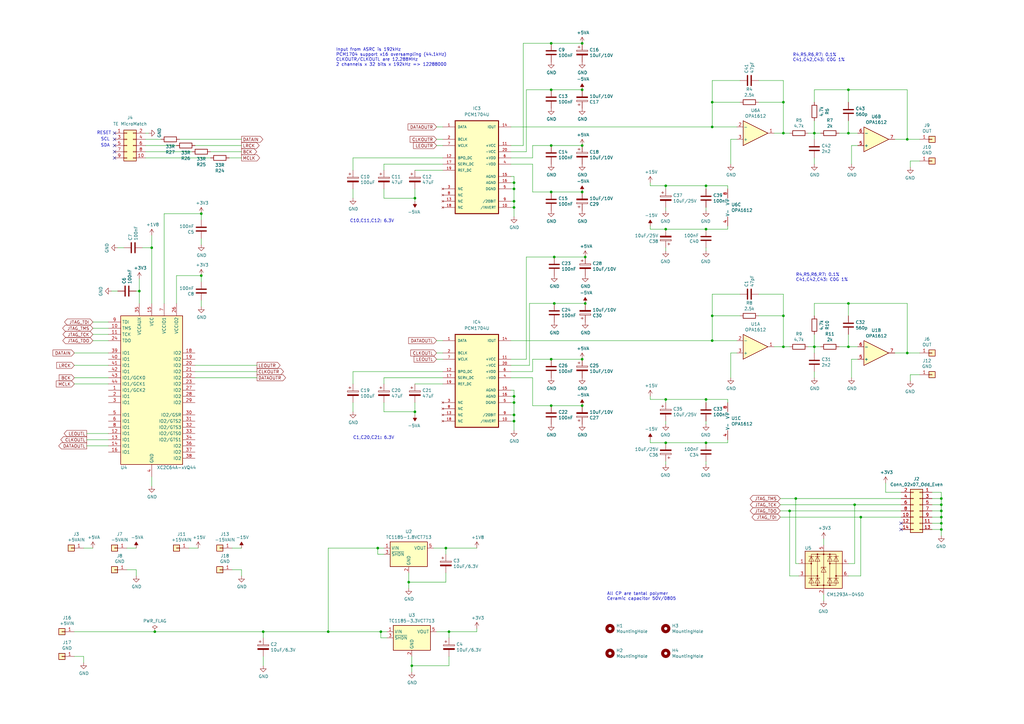
<source format=kicad_sch>
(kicad_sch (version 20250114) (generator "eeschema") (generator_version "9.0")
  (paper "A3")
  (title_block (title "DAC PCM1704 I2S NOS") (date "2025-04-04") (rev "V1"))
  (text "All CP are tantal polymer\nCeramic capacitor 50V/0805" (at 248.92 246.38 0) (effects (font (size 1.27 1.27)) (justify left bottom)))
  (text "R4,R5,R6,R7: 0.1%\nC41,C42,C43: C0G 1%" (at 325.12 25.4 0) (effects (font (size 1.27 1.27)) (justify left bottom)))
  (text "RESET" (at 42.672 54.61 0) (effects (font (size 1.27 1.27))))
  (text "C1,C20,C21: 6.3V" (at 144.78 180.34 0) (effects (font (size 1.27 1.27)) (justify left bottom)))
  (text "C10,C11,C12: 6.3V" (at 143.51 91.44 0) (effects (font (size 1.27 1.27)) (justify left bottom)))
  (text "R4,R5,R6,R7: 0.1%\nC41,C42,C43: C0G 1%" (at 326.39 115.57 0) (effects (font (size 1.27 1.27)) (justify left bottom)))
  (text "Input from ASRC is 192kHz\nPCM1704 support x16 oversampling (44.1kHz)\nCLKOUTR/CLKOUTL are 12.288MHz\n2 channels x 32 bits x 192kHz => 12288000" (at 137.795 27.305 0) (effects (font (size 1.27 1.27)) (justify left bottom)))
  (text "SCL" (at 43.18 57.15 0) (effects (font (size 1.27 1.27))))
  (text "SDA" (at 43.18 59.69 0) (effects (font (size 1.27 1.27))))
  (junction (at 372.11 57.15))
  (junction (at 210.82 162.56))
  (junction (at 289.56 76.2))
  (junction (at 210.82 172.72))
  (junction (at 386.08 209.55))
  (junction (at 372.11 144.78))
  (junction (at 226.06 59.69))
  (junction (at 273.05 181.61))
  (junction (at 273.05 76.2))
  (junction (at 154.94 224.79))
  (junction (at 386.08 217.17))
  (junction (at 210.82 74.93))
  (junction (at 107.95 259.08))
  (junction (at 347.98 36.83))
  (junction (at 227.33 124.46))
  (junction (at 226.06 36.83))
  (junction (at 210.82 85.09))
  (junction (at 238.76 36.83))
  (junction (at 334.01 54.61))
  (junction (at 321.31 142.24))
  (junction (at 240.03 124.46))
  (junction (at 226.06 147.32))
  (junction (at 184.15 259.08))
  (junction (at 347.98 124.46))
  (junction (at 238.76 166.37))
  (junction (at 170.18 168.91))
  (junction (at 292.1 129.54))
  (junction (at 240.03 105.41))
  (junction (at 386.08 212.09))
  (junction (at 321.31 54.61))
  (junction (at 386.08 207.01))
  (junction (at 334.01 142.24))
  (junction (at 238.76 78.74))
  (junction (at 168.91 273.05))
  (junction (at 82.55 87.63))
  (junction (at 238.76 17.78))
  (junction (at 326.39 204.47))
  (junction (at 134.62 259.08))
  (junction (at 238.76 59.69))
  (junction (at 82.55 113.03))
  (junction (at 273.05 93.98))
  (junction (at 226.06 166.37))
  (junction (at 156.21 259.08))
  (junction (at 170.18 81.28))
  (junction (at 210.82 165.1))
  (junction (at 386.08 204.47))
  (junction (at 386.08 214.63))
  (junction (at 210.82 82.55))
  (junction (at 57.15 119.38))
  (junction (at 210.82 170.18))
  (junction (at 62.23 101.6))
  (junction (at 227.33 105.41))
  (junction (at 292.1 139.7))
  (junction (at 350.52 207.01))
  (junction (at 273.05 163.83))
  (junction (at 167.64 238.76))
  (junction (at 238.76 147.32))
  (junction (at 353.06 212.09))
  (junction (at 226.06 78.74))
  (junction (at 321.31 129.54))
  (junction (at 292.1 41.91))
  (junction (at 182.88 224.79))
  (junction (at 289.56 93.98))
  (junction (at 63.5 259.08))
  (junction (at 210.82 77.47))
  (junction (at 292.1 52.07))
  (junction (at 321.31 41.91))
  (junction (at 289.56 181.61))
  (junction (at 289.56 163.83))
  (junction (at 323.85 209.55))
  (junction (at 347.98 142.24))
  (junction (at 226.06 17.78))
  (junction (at 347.98 54.61))
  (no_connect (at 46.99 59.69))
  (no_connect (at 369.57 217.17))
  (no_connect (at 46.99 54.61))
  (no_connect (at 46.99 64.77))
  (no_connect (at 46.99 62.23))
  (no_connect (at 46.99 57.15))
  (no_connect (at 369.57 214.63))
  (wire (pts (xy 30.48 144.78) (xy 44.45 144.78)))
  (wire (pts (xy 55.88 119.38) (xy 57.15 119.38)))
  (wire (pts (xy 334.01 144.78) (xy 334.01 142.24)))
  (wire (pts (xy 99.06 224.79) (xy 95.25 224.79)))
  (wire (pts (xy 59.69 54.61) (xy 60.96 54.61)))
  (wire (pts (xy 157.48 69.85) (xy 157.48 67.31)))
  (wire (pts (xy 218.44 154.94) (xy 218.44 166.37)))
  (wire (pts (xy 210.82 162.56) (xy 210.82 160.02)))
  (wire (pts (xy 382.27 214.63) (xy 386.08 214.63)))
  (wire (pts (xy 386.08 214.63) (xy 386.08 212.09)))
  (wire (pts (xy 363.22 201.93) (xy 363.22 198.12)))
  (wire (pts (xy 184.15 261.62) (xy 184.15 259.08)))
  (wire (pts (xy 38.1 224.79) (xy 34.29 224.79)))
  (wire (pts (xy 210.82 72.39) (xy 209.55 72.39)))
  (wire (pts (xy 34.29 271.78) (xy 34.29 269.24)))
  (wire (pts (xy 63.5 259.08) (xy 107.95 259.08)))
  (wire (pts (xy 214.63 17.78) (xy 214.63 59.69)))
  (wire (pts (xy 30.48 149.86) (xy 44.45 149.86)))
  (wire (pts (xy 170.18 168.91) (xy 170.18 165.1)))
  (wire (pts (xy 209.55 62.23) (xy 215.9 62.23)))
  (wire (pts (xy 209.55 52.07) (xy 292.1 52.07)))
  (wire (pts (xy 218.44 147.32) (xy 226.06 147.32)))
  (wire (pts (xy 336.55 54.61) (xy 334.01 54.61)))
  (wire (pts (xy 326.39 204.47) (xy 320.04 204.47)))
  (wire (pts (xy 210.82 77.47) (xy 210.82 74.93)))
  (wire (pts (xy 179.07 59.69) (xy 181.61 59.69)))
  (wire (pts (xy 157.48 67.31) (xy 181.61 67.31)))
  (wire (pts (xy 273.05 93.98) (xy 266.7 93.98)))
  (wire (pts (xy 334.01 57.15) (xy 334.01 54.61)))
  (wire (pts (xy 62.23 199.39) (xy 62.23 195.58)))
  (wire (pts (xy 62.23 96.52) (xy 62.23 101.6)))
  (wire (pts (xy 214.63 17.78) (xy 226.06 17.78)))
  (wire (pts (xy 209.55 82.55) (xy 210.82 82.55)))
  (wire (pts (xy 326.39 231.14) (xy 326.39 204.47)))
  (wire (pts (xy 167.64 241.3) (xy 167.64 238.76)))
  (wire (pts (xy 209.55 172.72) (xy 210.82 172.72)))
  (wire (pts (xy 30.48 157.48) (xy 44.45 157.48)))
  (wire (pts (xy 170.18 82.55) (xy 170.18 81.28)))
  (wire (pts (xy 209.55 149.86) (xy 217.17 149.86)))
  (wire (pts (xy 386.08 217.17) (xy 386.08 214.63)))
  (wire (pts (xy 218.44 59.69) (xy 226.06 59.69)))
  (wire (pts (xy 298.45 180.34) (xy 298.45 181.61)))
  (wire (pts (xy 386.08 201.93) (xy 382.27 201.93)))
  (wire (pts (xy 292.1 52.07) (xy 292.1 41.91)))
  (wire (pts (xy 273.05 76.2) (xy 266.7 76.2)))
  (wire (pts (xy 73.66 57.15) (xy 99.06 57.15)))
  (wire (pts (xy 273.05 181.61) (xy 266.7 181.61)))
  (wire (pts (xy 386.08 209.55) (xy 386.08 207.01)))
  (wire (pts (xy 30.48 259.08) (xy 63.5 259.08)))
  (wire (pts (xy 44.45 139.7) (xy 38.1 139.7)))
  (wire (pts (xy 273.05 163.83) (xy 273.05 165.1)))
  (wire (pts (xy 336.55 142.24) (xy 334.01 142.24)))
  (wire (pts (xy 226.06 36.83) (xy 238.76 36.83)))
  (wire (pts (xy 298.45 92.71) (xy 298.45 93.98)))
  (wire (pts (xy 373.38 156.21) (xy 373.38 153.67)))
  (wire (pts (xy 321.31 41.91) (xy 321.31 33.02)))
  (wire (pts (xy 299.72 67.31) (xy 299.72 57.15)))
  (wire (pts (xy 382.27 207.01) (xy 386.08 207.01)))
  (wire (pts (xy 157.48 168.91) (xy 170.18 168.91)))
  (wire (pts (xy 289.56 86.36) (xy 289.56 85.09)))
  (wire (pts (xy 170.18 81.28) (xy 170.18 77.47)))
  (wire (pts (xy 62.23 101.6) (xy 62.23 124.46)))
  (wire (pts (xy 289.56 190.5) (xy 289.56 189.23)))
  (wire (pts (xy 214.63 59.69) (xy 209.55 59.69)))
  (wire (pts (xy 210.82 82.55) (xy 210.82 85.09)))
  (wire (pts (xy 181.61 69.85) (xy 170.18 69.85)))
  (wire (pts (xy 210.82 160.02) (xy 209.55 160.02)))
  (wire (pts (xy 347.98 137.16) (xy 347.98 142.24)))
  (wire (pts (xy 34.29 269.24) (xy 30.48 269.24)))
  (wire (pts (xy 372.11 36.83) (xy 372.11 57.15)))
  (wire (pts (xy 210.82 172.72) (xy 210.82 176.53)))
  (wire (pts (xy 179.07 144.78) (xy 181.61 144.78)))
  (wire (pts (xy 302.26 139.7) (xy 292.1 139.7)))
  (wire (pts (xy 320.04 212.09) (xy 353.06 212.09)))
  (wire (pts (xy 321.31 54.61) (xy 317.5 54.61)))
  (wire (pts (xy 35.56 180.34) (xy 44.45 180.34)))
  (wire (pts (xy 210.82 77.47) (xy 209.55 77.47)))
  (wire (pts (xy 334.01 154.94) (xy 334.01 152.4)))
  (wire (pts (xy 181.61 152.4) (xy 144.78 152.4)))
  (wire (pts (xy 195.58 259.08) (xy 195.58 257.81)))
  (wire (pts (xy 218.44 152.4) (xy 218.44 147.32)))
  (wire (pts (xy 179.07 259.08) (xy 184.15 259.08)))
  (wire (pts (xy 82.55 100.33) (xy 82.55 97.79)))
  (wire (pts (xy 209.55 170.18) (xy 210.82 170.18)))
  (wire (pts (xy 81.28 224.79) (xy 77.47 224.79)))
  (wire (pts (xy 157.48 77.47) (xy 157.48 81.28)))
  (wire (pts (xy 209.55 64.77) (xy 218.44 64.77)))
  (wire (pts (xy 80.01 154.94) (xy 105.41 154.94)))
  (wire (pts (xy 321.31 41.91) (xy 321.31 54.61)))
  (wire (pts (xy 156.21 261.62) (xy 156.21 259.08)))
  (wire (pts (xy 353.06 212.09) (xy 369.57 212.09)))
  (wire (pts (xy 382.27 209.55) (xy 386.08 209.55)))
  (wire (pts (xy 58.42 101.6) (xy 62.23 101.6)))
  (wire (pts (xy 303.53 33.02) (xy 292.1 33.02)))
  (wire (pts (xy 168.91 273.05) (xy 168.91 269.24)))
  (wire (pts (xy 57.15 119.38) (xy 57.15 124.46)))
  (wire (pts (xy 273.05 190.5) (xy 273.05 189.23)))
  (wire (pts (xy 167.64 238.76) (xy 182.88 238.76)))
  (wire (pts (xy 347.98 236.22) (xy 353.06 236.22)))
  (wire (pts (xy 226.06 147.32) (xy 238.76 147.32)))
  (wire (pts (xy 303.53 120.65) (xy 292.1 120.65)))
  (wire (pts (xy 298.45 163.83) (xy 289.56 163.83)))
  (wire (pts (xy 347.98 41.91) (xy 347.98 36.83)))
  (wire (pts (xy 321.31 142.24) (xy 317.5 142.24)))
  (wire (pts (xy 334.01 41.91) (xy 334.01 36.83)))
  (wire (pts (xy 44.45 182.88) (xy 35.56 182.88)))
  (wire (pts (xy 347.98 36.83) (xy 372.11 36.83)))
  (wire (pts (xy 209.55 85.09) (xy 210.82 85.09)))
  (wire (pts (xy 289.56 163.83) (xy 289.56 165.1)))
  (wire (pts (xy 334.01 54.61) (xy 331.47 54.61)))
  (wire (pts (xy 298.45 93.98) (xy 289.56 93.98)))
  (wire (pts (xy 350.52 231.14) (xy 350.52 207.01)))
  (wire (pts (xy 105.41 152.4) (xy 80.01 152.4)))
  (wire (pts (xy 210.82 162.56) (xy 209.55 162.56)))
  (wire (pts (xy 215.9 105.41) (xy 227.33 105.41)))
  (wire (pts (xy 82.55 115.57) (xy 82.55 113.03)))
  (wire (pts (xy 93.98 64.77) (xy 99.06 64.77)))
  (wire (pts (xy 35.56 177.8) (xy 44.45 177.8)))
  (wire (pts (xy 266.7 163.83) (xy 266.7 162.56)))
  (wire (pts (xy 154.94 224.79) (xy 157.48 224.79)))
  (wire (pts (xy 59.69 59.69) (xy 72.39 59.69)))
  (wire (pts (xy 227.33 105.41) (xy 240.03 105.41)))
  (wire (pts (xy 44.45 132.08) (xy 38.1 132.08)))
  (wire (pts (xy 167.64 238.76) (xy 167.64 234.95)))
  (wire (pts (xy 299.72 57.15) (xy 302.26 57.15)))
  (wire (pts (xy 168.91 275.59) (xy 168.91 273.05)))
  (wire (pts (xy 134.62 259.08) (xy 156.21 259.08)))
  (wire (pts (xy 347.98 54.61) (xy 344.17 54.61)))
  (wire (pts (xy 158.75 261.62) (xy 156.21 261.62)))
  (wire (pts (xy 311.15 41.91) (xy 321.31 41.91)))
  (wire (pts (xy 218.44 78.74) (xy 226.06 78.74)))
  (wire (pts (xy 144.78 168.91) (xy 144.78 165.1)))
  (wire (pts (xy 134.62 224.79) (xy 154.94 224.79)))
  (wire (pts (xy 323.85 236.22) (xy 323.85 209.55)))
  (wire (pts (xy 157.48 154.94) (xy 181.61 154.94)))
  (wire (pts (xy 209.55 147.32) (xy 215.9 147.32)))
  (wire (pts (xy 157.48 157.48) (xy 157.48 154.94)))
  (wire (pts (xy 323.85 54.61) (xy 321.31 54.61)))
  (wire (pts (xy 44.45 137.16) (xy 38.1 137.16)))
  (wire (pts (xy 144.78 64.77) (xy 144.78 69.85)))
  (wire (pts (xy 372.11 57.15) (xy 367.03 57.15)))
  (wire (pts (xy 226.06 166.37) (xy 238.76 166.37)))
  (wire (pts (xy 107.95 261.62) (xy 107.95 259.08)))
  (wire (pts (xy 80.01 149.86) (xy 105.41 149.86)))
  (wire (pts (xy 349.25 154.94) (xy 349.25 147.32)))
  (wire (pts (xy 292.1 33.02) (xy 292.1 41.91)))
  (wire (pts (xy 321.31 129.54) (xy 321.31 142.24)))
  (wire (pts (xy 179.07 52.07) (xy 181.61 52.07)))
  (wire (pts (xy 292.1 139.7) (xy 292.1 129.54)))
  (wire (pts (xy 292.1 129.54) (xy 303.53 129.54)))
  (wire (pts (xy 298.45 77.47) (xy 298.45 76.2)))
  (wire (pts (xy 210.82 170.18) (xy 210.82 172.72)))
  (wire (pts (xy 320.04 209.55) (xy 323.85 209.55)))
  (wire (pts (xy 218.44 166.37) (xy 226.06 166.37)))
  (wire (pts (xy 157.48 227.33) (xy 154.94 227.33)))
  (wire (pts (xy 327.66 236.22) (xy 323.85 236.22)))
  (wire (pts (xy 386.08 204.47) (xy 386.08 201.93)))
  (wire (pts (xy 334.01 54.61) (xy 334.01 49.53)))
  (wire (pts (xy 99.06 233.68) (xy 95.25 233.68)))
  (wire (pts (xy 266.7 76.2) (xy 266.7 74.93)))
  (wire (pts (xy 323.85 209.55) (xy 369.57 209.55)))
  (wire (pts (xy 210.82 165.1) (xy 209.55 165.1)))
  (wire (pts (xy 156.21 259.08) (xy 158.75 259.08)))
  (wire (pts (xy 347.98 142.24) (xy 344.17 142.24)))
  (wire (pts (xy 179.07 139.7) (xy 181.61 139.7)))
  (wire (pts (xy 48.26 119.38) (xy 45.72 119.38)))
  (wire (pts (xy 107.95 259.08) (xy 134.62 259.08)))
  (wire (pts (xy 82.55 113.03) (xy 72.39 113.03)))
  (wire (pts (xy 66.04 57.15) (xy 59.69 57.15)))
  (wire (pts (xy 226.06 78.74) (xy 238.76 78.74)))
  (wire (pts (xy 321.31 129.54) (xy 321.31 120.65)))
  (wire (pts (xy 184.15 273.05) (xy 184.15 269.24)))
  (wire (pts (xy 67.31 87.63) (xy 67.31 124.46)))
  (wire (pts (xy 179.07 57.15) (xy 181.61 57.15)))
  (wire (pts (xy 289.56 76.2) (xy 289.56 77.47)))
  (wire (pts (xy 289.56 163.83) (xy 273.05 163.83)))
  (wire (pts (xy 347.98 124.46) (xy 372.11 124.46)))
  (wire (pts (xy 334.01 36.83) (xy 347.98 36.83)))
  (wire (pts (xy 289.56 173.99) (xy 289.56 172.72)))
  (wire (pts (xy 334.01 124.46) (xy 347.98 124.46)))
  (wire (pts (xy 218.44 78.74) (xy 218.44 67.31)))
  (wire (pts (xy 386.08 219.71) (xy 386.08 217.17)))
  (wire (pts (xy 226.06 17.78) (xy 238.76 17.78)))
  (wire (pts (xy 289.56 181.61) (xy 273.05 181.61)))
  (wire (pts (xy 218.44 67.31) (xy 209.55 67.31)))
  (wire (pts (xy 334.01 67.31) (xy 334.01 64.77)))
  (wire (pts (xy 144.78 152.4) (xy 144.78 157.48)))
  (wire (pts (xy 55.88 233.68) (xy 52.07 233.68)))
  (wire (pts (xy 170.18 170.18) (xy 170.18 168.91)))
  (wire (pts (xy 134.62 224.79) (xy 134.62 259.08)))
  (wire (pts (xy 55.88 236.22) (xy 55.88 233.68)))
  (wire (pts (xy 327.66 231.14) (xy 326.39 231.14)))
  (wire (pts (xy 80.01 59.69) (xy 99.06 59.69)))
  (wire (pts (xy 299.72 144.78) (xy 302.26 144.78)))
  (wire (pts (xy 349.25 67.31) (xy 349.25 59.69)))
  (wire (pts (xy 321.31 120.65) (xy 311.15 120.65)))
  (wire (pts (xy 182.88 224.79) (xy 195.58 224.79)))
  (wire (pts (xy 334.01 142.24) (xy 334.01 137.16)))
  (wire (pts (xy 321.31 33.02) (xy 311.15 33.02)))
  (wire (pts (xy 289.56 93.98) (xy 273.05 93.98)))
  (wire (pts (xy 55.88 224.79) (xy 52.07 224.79)))
  (wire (pts (xy 298.45 181.61) (xy 289.56 181.61)))
  (wire (pts (xy 210.82 85.09) (xy 210.82 88.9)))
  (wire (pts (xy 273.05 86.36) (xy 273.05 85.09)))
  (wire (pts (xy 154.94 227.33) (xy 154.94 224.79)))
  (wire (pts (xy 349.25 147.32) (xy 351.79 147.32)))
  (wire (pts (xy 227.33 124.46) (xy 240.03 124.46)))
  (wire (pts (xy 298.45 76.2) (xy 289.56 76.2)))
  (wire (pts (xy 217.17 149.86) (xy 217.17 124.46)))
  (wire (pts (xy 350.52 207.01) (xy 369.57 207.01)))
  (wire (pts (xy 382.27 212.09) (xy 386.08 212.09)))
  (wire (pts (xy 372.11 144.78) (xy 367.03 144.78)))
  (wire (pts (xy 372.11 124.46) (xy 372.11 144.78)))
  (wire (pts (xy 144.78 81.28) (xy 144.78 77.47)))
  (wire (pts (xy 82.55 125.73) (xy 82.55 123.19)))
  (wire (pts (xy 179.07 147.32) (xy 181.61 147.32)))
  (wire (pts (xy 184.15 259.08) (xy 195.58 259.08)))
  (wire (pts (xy 334.01 142.24) (xy 331.47 142.24)))
  (wire (pts (xy 209.55 152.4) (xy 218.44 152.4)))
  (wire (pts (xy 182.88 238.76) (xy 182.88 234.95)))
  (wire (pts (xy 82.55 87.63) (xy 67.31 87.63)))
  (wire (pts (xy 351.79 54.61) (xy 347.98 54.61)))
  (wire (pts (xy 273.05 102.87) (xy 273.05 101.6)))
  (wire (pts (xy 157.48 165.1) (xy 157.48 168.91)))
  (wire (pts (xy 320.04 207.01) (xy 350.52 207.01)))
  (wire (pts (xy 347.98 129.54) (xy 347.98 124.46)))
  (wire (pts (xy 302.26 52.07) (xy 292.1 52.07)))
  (wire (pts (xy 210.82 77.47) (xy 210.82 82.55)))
  (wire (pts (xy 107.95 273.05) (xy 107.95 269.24)))
  (wire (pts (xy 215.9 62.23) (xy 215.9 36.83)))
  (wire (pts (xy 289.56 76.2) (xy 273.05 76.2)))
  (wire (pts (xy 373.38 68.58) (xy 373.38 66.04)))
  (wire (pts (xy 168.91 273.05) (xy 184.15 273.05)))
  (wire (pts (xy 337.82 246.38) (xy 337.82 243.84)))
  (wire (pts (xy 369.57 201.93) (xy 363.22 201.93)))
  (wire (pts (xy 382.27 204.47) (xy 386.08 204.47)))
  (wire (pts (xy 218.44 64.77) (xy 218.44 59.69)))
  (wire (pts (xy 86.36 62.23) (xy 99.06 62.23)))
  (wire (pts (xy 273.05 173.99) (xy 273.05 172.72)))
  (wire (pts (xy 210.82 165.1) (xy 210.82 162.56)))
  (wire (pts (xy 369.57 204.47) (xy 326.39 204.47)))
  (wire (pts (xy 377.19 144.78) (xy 372.11 144.78)))
  (wire (pts (xy 292.1 41.91) (xy 303.53 41.91)))
  (wire (pts (xy 289.56 102.87) (xy 289.56 101.6)))
  (wire (pts (xy 311.15 129.54) (xy 321.31 129.54)))
  (wire (pts (xy 273.05 76.2) (xy 273.05 77.47)))
  (wire (pts (xy 347.98 49.53) (xy 347.98 54.61)))
  (wire (pts (xy 181.61 64.77) (xy 144.78 64.77)))
  (wire (pts (xy 266.7 93.98) (xy 266.7 92.71)))
  (wire (pts (xy 373.38 153.67) (xy 377.19 153.67)))
  (wire (pts (xy 157.48 81.28) (xy 170.18 81.28)))
  (wire (pts (xy 382.27 217.17) (xy 386.08 217.17)))
  (wire (pts (xy 217.17 124.46) (xy 227.33 124.46)))
  (wire (pts (xy 226.06 59.69) (xy 238.76 59.69)))
  (wire (pts (xy 292.1 120.65) (xy 292.1 129.54)))
  (wire (pts (xy 353.06 236.22) (xy 353.06 212.09)))
  (wire (pts (xy 210.82 165.1) (xy 210.82 170.18)))
  (wire (pts (xy 377.19 57.15) (xy 372.11 57.15)))
  (wire (pts (xy 99.06 236.22) (xy 99.06 233.68)))
  (wire (pts (xy 209.55 154.94) (xy 218.44 154.94)))
  (wire (pts (xy 347.98 231.14) (xy 350.52 231.14)))
  (wire (pts (xy 386.08 212.09) (xy 386.08 209.55)))
  (wire (pts (xy 351.79 142.24) (xy 347.98 142.24)))
  (wire (pts (xy 57.15 114.3) (xy 57.15 119.38)))
  (wire (pts (xy 59.69 62.23) (xy 78.74 62.23)))
  (wire (pts (xy 386.08 207.01) (xy 386.08 204.47)))
  (wire (pts (xy 44.45 134.62) (xy 38.1 134.62)))
  (wire (pts (xy 273.05 163.83) (xy 266.7 163.83)))
  (wire (pts (xy 182.88 227.33) (xy 182.88 224.79)))
  (wire (pts (xy 50.8 101.6) (xy 48.26 101.6)))
  (wire (pts (xy 334.01 129.54) (xy 334.01 124.46)))
  (wire (pts (xy 215.9 147.32) (xy 215.9 105.41)))
  (wire (pts (xy 299.72 154.94) (xy 299.72 144.78)))
  (wire (pts (xy 177.8 224.79) (xy 182.88 224.79)))
  (wire (pts (xy 337.82 223.52) (xy 337.82 220.98)))
  (wire (pts (xy 373.38 66.04) (xy 377.19 66.04)))
  (wire (pts (xy 266.7 181.61) (xy 266.7 180.34)))
  (wire (pts (xy 82.55 90.17) (xy 82.55 87.63)))
  (wire (pts (xy 210.82 74.93) (xy 209.55 74.93)))
  (wire (pts (xy 210.82 74.93) (xy 210.82 72.39)))
  (wire (pts (xy 59.69 64.77) (xy 86.36 64.77)))
  (wire (pts (xy 72.39 113.03) (xy 72.39 124.46)))
  (wire (pts (xy 298.45 165.1) (xy 298.45 163.83)))
  (wire (pts (xy 323.85 142.24) (xy 321.31 142.24)))
  (wire (pts (xy 349.25 59.69) (xy 351.79 59.69)))
  (wire (pts (xy 30.48 154.94) (xy 44.45 154.94)))
  (wire (pts (xy 215.9 36.83) (xy 226.06 36.83)))
  (wire (pts (xy 181.61 157.48) (xy 170.18 157.48)))
  (wire (pts (xy 209.55 139.7) (xy 292.1 139.7)))
  (global_label "LEOUTR" (shape input) (at 179.07 59.69 180) (property "Intersheetrefs" "${INTERSHEET_REFS}" (effects (hide yes))))
  (global_label "DATAOUTL" (shape output) (at 35.56 182.88 180) (property "Intersheetrefs" "${INTERSHEET_REFS}" (effects (hide yes))))
  (global_label "CLKOUTR" (shape output) (at 105.41 152.4 0) (property "Intersheetrefs" "${INTERSHEET_REFS}" (effects (hide yes))))
  (global_label "LEOUTR" (shape output) (at 105.41 149.86 0) (property "Intersheetrefs" "${INTERSHEET_REFS}" (effects (hide yes))))
  (global_label "CLKOUTL" (shape input) (at 179.07 144.78 180) (property "Intersheetrefs" "${INTERSHEET_REFS}" (effects (hide yes))))
  (global_label "MCLK" (shape input) (at 30.48 157.48 180) (property "Intersheetrefs" "${INTERSHEET_REFS}" (effects (hide yes))))
  (global_label "CLKOUTL" (shape output) (at 35.56 180.34 180) (property "Intersheetrefs" "${INTERSHEET_REFS}" (effects (hide yes))))
  (global_label "JTAG_TDI" (shape bidirectional) (at 320.04 212.09 180) (property "Intersheetrefs" "${INTERSHEET_REFS}" (effects (hide yes))))
  (global_label "DATAOUTR" (shape input) (at 179.07 52.07 180) (property "Intersheetrefs" "${INTERSHEET_REFS}" (effects (hide yes))))
  (global_label "LEOUTL" (shape input) (at 179.07 147.32 180) (property "Intersheetrefs" "${INTERSHEET_REFS}" (effects (hide yes))))
  (global_label "LRCK" (shape output) (at 99.06 59.69 0) (property "Intersheetrefs" "${INTERSHEET_REFS}" (effects (hide yes))))
  (global_label "JTAG_TMS" (shape bidirectional) (at 320.04 204.47 180) (property "Intersheetrefs" "${INTERSHEET_REFS}" (effects (hide yes))))
  (global_label "DATAOUTR" (shape output) (at 105.41 154.94 0) (property "Intersheetrefs" "${INTERSHEET_REFS}" (effects (hide yes))))
  (global_label "CLKOUTR" (shape input) (at 179.07 57.15 180) (property "Intersheetrefs" "${INTERSHEET_REFS}" (effects (hide yes))))
  (global_label "DATAIN" (shape output) (at 99.06 57.15 0) (property "Intersheetrefs" "${INTERSHEET_REFS}" (effects (hide yes))))
  (global_label "JTAG_TDI" (shape bidirectional) (at 38.1 132.08 180) (property "Intersheetrefs" "${INTERSHEET_REFS}" (effects (hide yes))))
  (global_label "LRCK" (shape input) (at 30.48 149.86 180) (property "Intersheetrefs" "${INTERSHEET_REFS}" (effects (hide yes))))
  (global_label "BCK" (shape output) (at 99.06 62.23 0) (property "Intersheetrefs" "${INTERSHEET_REFS}" (effects (hide yes))))
  (global_label "DATAIN" (shape input) (at 30.48 144.78 180) (property "Intersheetrefs" "${INTERSHEET_REFS}" (effects (hide yes))))
  (global_label "JTAG_TDO" (shape bidirectional) (at 38.1 139.7 180) (property "Intersheetrefs" "${INTERSHEET_REFS}" (effects (hide yes))))
  (global_label "JTAG_TMS" (shape bidirectional) (at 38.1 134.62 180) (property "Intersheetrefs" "${INTERSHEET_REFS}" (effects (hide yes))))
  (global_label "DATAOUTL" (shape input) (at 179.07 139.7 180) (property "Intersheetrefs" "${INTERSHEET_REFS}" (effects (hide yes))))
  (global_label "LEOUTL" (shape output) (at 35.56 177.8 180) (property "Intersheetrefs" "${INTERSHEET_REFS}" (effects (hide yes))))
  (global_label "BCK" (shape input) (at 30.48 154.94 180) (property "Intersheetrefs" "${INTERSHEET_REFS}" (effects (hide yes))))
  (global_label "JTAG_TCK" (shape bidirectional) (at 320.04 207.01 180) (property "Intersheetrefs" "${INTERSHEET_REFS}" (effects (hide yes))))
  (global_label "MCLK" (shape output) (at 99.06 64.77 0) (property "Intersheetrefs" "${INTERSHEET_REFS}" (effects (hide yes))))
  (global_label "JTAG_TDO" (shape bidirectional) (at 320.04 209.55 180) (property "Intersheetrefs" "${INTERSHEET_REFS}" (effects (hide yes))))
  (global_label "JTAG_TCK" (shape bidirectional) (at 38.1 137.16 180) (property "Intersheetrefs" "${INTERSHEET_REFS}" (effects (hide yes))))
  (symbol (lib_id "Mechanical:MountingHole") (at 250.19 257.81 0) (unit 1)
    (property "Reference" "H1" (at 252.73 256.6416 0) (effects (justify left)))
    (property "Value" "MountingHole" (at 252.73 258.953 0) (effects (justify left)))
    (property "Footprint" "MountingHole:MountingHole_3.2mm_M3" (effects (hide yes)))
  )
  (symbol (lib_id "Mechanical:MountingHole") (at 273.05 257.81 0) (unit 1)
    (property "Reference" "H3" (at 275.59 256.6416 0) (effects (justify left)))
    (property "Value" "MountingHole" (at 275.59 258.953 0) (effects (justify left)))
    (property "Footprint" "MountingHole:MountingHole_3.2mm_M3" (effects (hide yes)))
  )
  (symbol (lib_id "Mechanical:MountingHole") (at 250.19 267.97 0) (unit 1)
    (property "Reference" "H2" (at 252.73 266.8016 0) (effects (justify left)))
    (property "Value" "MountingHole" (at 252.73 269.113 0) (effects (justify left)))
    (property "Footprint" "MountingHole:MountingHole_3.2mm_M3" (effects (hide yes)))
  )
  (symbol (lib_id "Mechanical:MountingHole") (at 273.05 267.97 0) (unit 1)
    (property "Reference" "H4" (at 275.59 266.8016 0) (effects (justify left)))
    (property "Value" "MountingHole" (at 275.59 269.113 0) (effects (justify left)))
    (property "Footprint" "MountingHole:MountingHole_3.2mm_M3" (effects (hide yes)))
  )
  (symbol (lib_id "power:PWR_FLAG") (at 63.5 259.08 0) (unit 1)
    (property "Reference" "#FLG0102" (effects (hide yes)))
    (property "Value" "PWR_FLAG" (at 63.5 254.6858 0))
  )
  (symbol (lib_id "kicad-snk:XC2C64A-xVQ44") (at 62.23 160.02 0) (unit 1)
    (property "Reference" "U4" (at 50.8 191.77 0))
    (property "Value" "XC2C64A-xVQ44" (at 72.39 191.77 0))
    (property "Footprint" "Package_QFP:TQFP-44_10x10mm_P0.8mm" (effects (hide yes)))
    (property "Datasheet" "https://www.xilinx.com/support/documentation/data_sheets/ds311.pdf" (effects (hide yes)))
  )
  (symbol (lib_id "Regulator_Linear:TC1017-xCT") (at 167.64 227.33 0) (unit 1)
    (property "Reference" "U2" (at 167.64 218.0082 0))
    (property "Value" "TC1185-1.8VCT713" (at 167.64 220.3196 0))
    (property "Footprint" "Package_TO_SOT_SMD:SOT-23-5" (effects (hide yes)))
    (property "Datasheet" "http://ww1.microchip.com/downloads/en/DeviceDoc/21813F.pdf" (effects (hide yes)))
  )
  (symbol (lib_id "Regulator_Linear:TC1017-xCT") (at 168.91 261.62 0) (unit 1)
    (property "Reference" "U3" (at 168.91 252.2982 0))
    (property "Value" "TC1185-3.3VCT713" (at 168.91 254.6096 0))
    (property "Footprint" "Package_TO_SOT_SMD:SOT-23-5" (effects (hide yes)))
    (property "Datasheet" "http://ww1.microchip.com/downloads/en/DeviceDoc/21813F.pdf" (effects (hide yes)))
  )
  (symbol (lib_id "Device:C") (at 82.55 93.98 180) (unit 1)
    (property "Reference" "C5" (at 79.629 95.1484 0) (effects (justify left)))
    (property "Value" "100nF" (at 79.629 92.837 0) (effects (justify left)))
    (property "Footprint" "Capacitor_SMD:C_0603_1608Metric_Pad1.08x0.95mm_HandSolder" (effects (hide yes)))
  )
  (symbol (lib_id "dac-i2s-nos-rescue:CP-Device") (at 107.95 265.43 0) (unit 1)
    (property "Reference" "C2" (at 110.9472 264.2616 0) (effects (justify left)))
    (property "Value" "10uF/6.3V" (at 110.9472 266.573 0) (effects (justify left)))
    (property "Footprint" "Capacitor_SMD:C_0805_2012Metric_Pad1.18x1.45mm_HandSolder" (effects (hide yes)))
  )
  (symbol (lib_id "Power_Protection:USBLC6-4SC6") (at 337.82 233.68 0) (unit 1)
    (property "Reference" "U5" (at 331.47 224.79 0))
    (property "Value" "CM1293A−04SO" (at 346.71 243.84 0))
    (property "Footprint" "Package_TO_SOT_SMD:SC-74-6_1.55x2.9mm_P0.95mm" (effects (hide yes)))
    (property "Datasheet" "https://www.st.com/resource/en/datasheet/usblc6-4.pdf" (effects (hide yes)))
  )
  (symbol (lib_id "power:GND") (at 337.82 246.38 0) (mirror y) (unit 1)
    (property "Reference" "#PWR0107" (effects (hide yes)))
    (property "Value" "GND" (at 337.693 250.7742 0))
  )
  (symbol (lib_id "power:+3.3V") (at 337.82 220.98 0) (unit 1)
    (property "Reference" "#PWR0108" (effects (hide yes)))
    (property "Value" "+3V3" (at 338.201 216.5858 0))
  )
  (symbol (lib_id "Connector_Generic:Conn_02x07_Odd_Even") (at 377.19 209.55 0) (mirror y) (unit 1)
    (property "Reference" "J2" (at 375.92 196.4182 0))
    (property "Value" "Conn_02x07_Odd_Even" (at 375.92 198.7296 0))
    (property "Footprint" "Connector_PinHeader_2.00mm:PinHeader_2x07_P2.00mm_Vertical" (effects (hide yes)))
  )
  (symbol (lib_id "power:GND") (at 386.08 219.71 0) (mirror y) (unit 1)
    (property "Reference" "#PWR0109" (effects (hide yes)))
    (property "Value" "GND" (at 385.953 224.1042 0))
  )
  (symbol (lib_id "power:+3.3V") (at 363.22 198.12 0) (unit 1)
    (property "Reference" "#PWR0110" (effects (hide yes)))
    (property "Value" "+3V3" (at 363.601 193.7258 0))
  )
  (symbol (lib_id "dac-i2s-nos-rescue:CP-Device") (at 170.18 73.66 0) (unit 1)
    (property "Reference" "C12" (at 173.1772 72.4916 0) (effects (justify left)))
    (property "Value" "47uF" (at 173.1772 74.803 0) (effects (justify left)))
    (property "Footprint" "Capacitor_SMD:C_1206_3216Metric_Pad1.33x1.80mm_HandSolder" (effects (hide yes)))
  )
  (symbol (lib_id "dac-i2s-nos-rescue:CP-Device") (at 157.48 73.66 0) (unit 1)
    (property "Reference" "C11" (at 160.4772 72.4916 0) (effects (justify left)))
    (property "Value" "47uF" (at 160.4772 74.803 0) (effects (justify left)))
    (property "Footprint" "Capacitor_SMD:C_1206_3216Metric_Pad1.33x1.80mm_HandSolder" (effects (hide yes)))
  )
  (symbol (lib_id "dac-i2s-nos-rescue:CP-Device") (at 144.78 73.66 0) (unit 1)
    (property "Reference" "C10" (at 147.7772 72.4916 0) (effects (justify left)))
    (property "Value" "100uF" (at 147.7772 74.803 0) (effects (justify left)))
    (property "Footprint" "Capacitor_SMD:C_1206_3216Metric_Pad1.33x1.80mm_HandSolder" (effects (hide yes)))
  )
  (symbol (lib_id "power:GND") (at 210.82 88.9 0) (unit 1)
    (property "Reference" "#PWR0125" (effects (hide yes)))
    (property "Value" "GND" (at 210.947 93.2942 0))
  )
  (symbol (lib_id "dac-i2s-nos-rescue:CP-Device") (at 184.15 265.43 0) (unit 1)
    (property "Reference" "C4" (at 187.1472 264.2616 0) (effects (justify left)))
    (property "Value" "10uF{slash}6.3V" (at 187.1472 266.573 0) (effects (justify left)))
    (property "Footprint" "Capacitor_SMD:C_0805_2012Metric_Pad1.18x1.45mm_HandSolder" (effects (hide yes)))
  )
  (symbol (lib_id "power:GND") (at 168.91 275.59 0) (unit 1)
    (property "Reference" "#PWR0102" (effects (hide yes)))
    (property "Value" "GND" (at 169.037 279.9842 0))
  )
  (symbol (lib_id "dac-i2s-nos-rescue:CP-Device") (at 182.88 231.14 0) (unit 1)
    (property "Reference" "C3" (at 185.8772 229.9716 0) (effects (justify left)))
    (property "Value" "10uF{slash}6.3V" (at 185.8772 232.283 0) (effects (justify left)))
    (property "Footprint" "Capacitor_SMD:C_0805_2012Metric_Pad1.18x1.45mm_HandSolder" (effects (hide yes)))
  )
  (symbol (lib_id "power:GND") (at 167.64 241.3 0) (unit 1)
    (property "Reference" "#PWR0103" (effects (hide yes)))
    (property "Value" "GND" (at 167.767 245.6942 0))
  )
  (symbol (lib_id "power:-5VA") (at 170.18 82.55 180) (unit 1)
    (property "Reference" "#PWR0132" (effects (hide yes)))
    (property "Value" "-5VA" (at 169.799 86.9442 0))
  )
  (symbol (lib_id "dac-i2s-nos-rescue:CP-Device") (at 273.05 168.91 0) (unit 1)
    (property "Reference" "C35" (at 276.0472 167.7416 0) (effects (justify left)))
    (property "Value" "10uF/25V" (at 276.0472 170.053 0) (effects (justify left)))
    (property "Footprint" "Capacitor_SMD:C_1206_3216Metric_Pad1.33x1.80mm_HandSolder" (effects (hide yes)))
    (property "Datasheet" "https://www.digikey.ch/product-detail/de/TCJB106M025R0100/478-8057-1-ND/3900673" (effects (hide yes)))
  )
  (symbol (lib_id "dac-i2s-nos-rescue:CP-Device") (at 273.05 185.42 180) (unit 1)
    (property "Reference" "C36" (at 270.0528 186.5884 0) (effects (justify left)))
    (property "Value" "10uF/25V" (at 270.0528 184.277 0) (effects (justify left)))
    (property "Footprint" "Capacitor_SMD:C_1206_3216Metric_Pad1.33x1.80mm_HandSolder" (effects (hide yes)))
  )
  (symbol (lib_id "Device:C") (at 289.56 168.91 0) (unit 1)
    (property "Reference" "C33" (at 292.481 167.7416 0) (effects (justify left)))
    (property "Value" "100nF" (at 292.481 170.053 0) (effects (justify left)))
    (property "Footprint" "Capacitor_SMD:C_0805_2012Metric_Pad1.18x1.45mm_HandSolder" (effects (hide yes)))
  )
  (symbol (lib_id "Device:C") (at 289.56 185.42 180) (unit 1)
    (property "Reference" "C34" (at 286.639 186.5884 0) (effects (justify left)))
    (property "Value" "100nF" (at 286.639 184.277 0) (effects (justify left)))
    (property "Footprint" "Capacitor_SMD:C_0805_2012Metric_Pad1.18x1.45mm_HandSolder" (effects (hide yes)))
  )
  (symbol (lib_id "Amplifier_Operational:OPA1678") (at 309.88 142.24 0) (mirror x) (unit 1)
    (property "Reference" "U1" (at 309.88 132.9182 0))
    (property "Value" "OPA1612" (at 309.88 135.2296 0))
    (property "Footprint" "Package_SO:SOIC-8_3.9x4.9mm_P1.27mm" (effects (hide yes)))
    (property "Datasheet" "https://www.digikey.ch/product-detail/de/texas-instruments/OPA1612AIDR/296-39098-1-ND/5143116" (effects (hide yes)))
  )
  (symbol (lib_id "Amplifier_Operational:OPA1678") (at 300.99 172.72 0) (unit 3)
    (property "Reference" "U1" (at 299.9232 171.5516 0) (effects (justify left)))
    (property "Value" "OPA1612" (at 299.9232 173.863 0) (effects (justify left)))
    (property "Datasheet" "http://www.ti.com/lit/ds/symlink/opa1678.pdf" (effects (hide yes)))
  )
  (symbol (lib_id "power:+1V8") (at 195.58 224.79 0) (unit 1)
    (property "Reference" "#PWR0104" (effects (hide yes)))
    (property "Value" "+1V8" (at 195.961 220.3958 0))
  )
  (symbol (lib_id "power:+3.3V") (at 195.58 257.81 0) (unit 1)
    (property "Reference" "#PWR0105" (effects (hide yes)))
    (property "Value" "+3V3" (at 195.961 253.4158 0))
  )
  (symbol (lib_id "power:GND") (at 144.78 81.28 0) (unit 1)
    (property "Reference" "#PWR0133" (effects (hide yes)))
    (property "Value" "GND" (at 144.907 85.6742 0))
  )
  (symbol (lib_id "Device:R") (at 307.34 129.54 270) (unit 1)
    (property "Reference" "R8" (at 307.34 124.2822 90))
    (property "Value" "2.5k" (at 307.34 126.5936 90))
    (property "Footprint" "Resistor_SMD:R_0805_2012Metric_Pad1.20x1.40mm_HandSolder" (effects (hide yes)))
  )
  (symbol (lib_id "power:GND") (at 107.95 273.05 0) (unit 1)
    (property "Reference" "#PWR0101" (effects (hide yes)))
    (property "Value" "GND" (at 108.077 277.4442 0))
  )
  (symbol (lib_id "Connector_Generic:Conn_01x01") (at 29.21 224.79 180) (unit 1)
    (property "Reference" "J3" (at 31.2928 219.075 0))
    (property "Value" "+5VAIN" (at 31.2928 221.3864 0))
    (property "Footprint" "Connector_Pin:Pin_D1.0mm_L10.0mm" (effects (hide yes)))
  )
  (symbol (lib_id "Device:C") (at 307.34 120.65 90) (unit 1)
    (property "Reference" "C1" (at 306.1716 117.729 0) (effects (justify left)))
    (property "Value" "47pF" (at 308.483 117.729 0) (effects (justify left)))
    (property "Footprint" "Capacitor_SMD:C_0805_2012Metric_Pad1.18x1.45mm_HandSolder" (effects (hide yes)))
  )
  (symbol (lib_id "Device:R") (at 327.66 142.24 270) (unit 1)
    (property "Reference" "R9" (at 327.66 136.9822 90))
    (property "Value" "4.7k" (at 327.66 139.2936 90))
    (property "Footprint" "Resistor_SMD:R_0805_2012Metric_Pad1.20x1.40mm_HandSolder" (effects (hide yes)))
  )
  (symbol (lib_id "Device:C") (at 334.01 148.59 0) (unit 1)
    (property "Reference" "C31" (at 336.931 147.4216 0) (effects (justify left)))
    (property "Value" "2n2" (at 336.931 149.733 0) (effects (justify left)))
    (property "Footprint" "Capacitor_SMD:C_0805_2012Metric_Pad1.18x1.45mm_HandSolder" (effects (hide yes)))
  )
  (symbol (lib_id "Amplifier_Operational:OPA1678") (at 359.41 144.78 0) (mirror x) (unit 2)
    (property "Reference" "U1" (at 359.41 135.4582 0))
    (property "Value" "OPA1612" (at 359.41 137.7696 0))
    (property "Footprint" "Package_SO:SOIC-8_3.9x4.9mm_P1.27mm" (effects (hide yes)))
    (property "Datasheet" "https://www.digikey.ch/product-detail/de/texas-instruments/OPA1612AIDR/296-39098-1-ND/5143116" (effects (hide yes)))
  )
  (symbol (lib_id "Connector_Generic:Conn_01x01") (at 46.99 224.79 180) (unit 1)
    (property "Reference" "J7" (at 49.0728 219.075 0))
    (property "Value" "-5VAIN" (at 49.0728 221.3864 0))
    (property "Footprint" "Connector_Pin:Pin_D1.0mm_L10.0mm" (effects (hide yes)))
  )
  (symbol (lib_id "Connector_Generic:Conn_01x01") (at 46.99 233.68 180) (unit 1)
    (property "Reference" "J8" (at 49.0728 227.965 0))
    (property "Value" "GND" (at 49.0728 230.2764 0))
    (property "Footprint" "Connector_Pin:Pin_D1.0mm_L10.0mm" (effects (hide yes)))
  )
  (symbol (lib_id "power:GND") (at 55.88 236.22 0) (unit 1)
    (property "Reference" "#PWR0135" (effects (hide yes)))
    (property "Value" "GND" (at 56.007 240.6142 0))
  )
  (symbol (lib_id "power:-5VA") (at 55.88 224.79 0) (unit 1)
    (property "Reference" "#PWR0136" (effects (hide yes)))
    (property "Value" "-5VA" (at 56.261 220.3958 0))
  )
  (symbol (lib_id "Device:R") (at 340.36 142.24 270) (unit 1)
    (property "Reference" "R11" (at 340.36 136.9822 90))
    (property "Value" "2k" (at 340.36 139.2936 90))
    (property "Footprint" "Resistor_SMD:R_0805_2012Metric_Pad1.20x1.40mm_HandSolder" (effects (hide yes)))
  )
  (symbol (lib_id "Device:R") (at 334.01 133.35 180) (unit 1)
    (property "Reference" "R10" (at 339.2678 133.35 90))
    (property "Value" "4.7k" (at 336.9564 133.35 90))
    (property "Footprint" "Resistor_SMD:R_0805_2012Metric_Pad1.20x1.40mm_HandSolder" (effects (hide yes)))
  )
  (symbol (lib_id "Device:C") (at 347.98 133.35 0) (unit 1)
    (property "Reference" "C32" (at 350.901 132.1816 0) (effects (justify left)))
    (property "Value" "560p" (at 350.901 134.493 0) (effects (justify left)))
    (property "Footprint" "Capacitor_SMD:C_0805_2012Metric_Pad1.18x1.45mm_HandSolder" (effects (hide yes)))
  )
  (symbol (lib_id "Device:C") (at 226.06 151.13 0) (unit 1)
    (property "Reference" "C26" (at 228.981 149.9616 0) (effects (justify left)))
    (property "Value" "100nF" (at 228.981 152.273 0) (effects (justify left)))
    (property "Footprint" "Capacitor_SMD:C_0805_2012Metric_Pad1.18x1.45mm_HandSolder" (effects (hide yes)))
  )
  (symbol (lib_id "power:+5VA") (at 38.1 224.79 0) (unit 1)
    (property "Reference" "#PWR0137" (effects (hide yes)))
    (property "Value" "+5VA" (at 38.481 220.3958 0))
  )
  (symbol (lib_id "Connector_Generic:Conn_01x01") (at 72.39 224.79 180) (unit 1)
    (property "Reference" "J11" (at 74.4728 219.075 0))
    (property "Value" "+15VAIN" (at 74.4728 221.3864 0))
    (property "Footprint" "Connector_Pin:Pin_D1.0mm_L10.0mm" (effects (hide yes)))
  )
  (symbol (lib_id "Connector_Generic:Conn_01x01") (at 90.17 224.79 180) (unit 1)
    (property "Reference" "J13" (at 92.2528 219.075 0))
    (property "Value" "-15VAIN" (at 92.2528 221.3864 0))
    (property "Footprint" "Connector_Pin:Pin_D1.0mm_L10.0mm" (effects (hide yes)))
  )
  (symbol (lib_id "Connector_Generic:Conn_01x01") (at 90.17 233.68 180) (unit 1)
    (property "Reference" "J18" (at 92.2528 227.965 0))
    (property "Value" "GND" (at 92.2528 230.2764 0))
    (property "Footprint" "Connector_Pin:Pin_D1.0mm_L10.0mm" (effects (hide yes)))
  )
  (symbol (lib_id "power:GND") (at 99.06 236.22 0) (unit 1)
    (property "Reference" "#PWR0139" (effects (hide yes)))
    (property "Value" "GND" (at 99.187 240.6142 0))
  )
  (symbol (lib_id "power:+15V") (at 81.28 224.79 0) (unit 1)
    (property "Reference" "#PWR0140" (effects (hide yes)))
    (property "Value" "+15V" (at 81.661 220.3958 0))
  )
  (symbol (lib_id "power:-15V") (at 99.06 224.79 0) (unit 1)
    (property "Reference" "#PWR0141" (effects (hide yes)))
    (property "Value" "-15V" (at 99.441 220.3958 0))
  )
  (symbol (lib_id "power:GND") (at 334.01 154.94 0) (unit 1)
    (property "Reference" "#PWR0119" (effects (hide yes)))
    (property "Value" "GND" (at 334.137 159.3342 0))
  )
  (symbol (lib_id "power:GND") (at 349.25 154.94 0) (unit 1)
    (property "Reference" "#PWR0159" (effects (hide yes)))
    (property "Value" "GND" (at 349.377 159.3342 0))
  )
  (symbol (lib_id "power:GND") (at 299.72 154.94 0) (unit 1)
    (property "Reference" "#PWR0161" (effects (hide yes)))
    (property "Value" "GND" (at 299.847 159.3342 0))
  )
  (symbol (lib_id "power:+3.3V") (at 82.55 87.63 0) (unit 1)
    (property "Reference" "#PWR0111" (effects (hide yes)))
    (property "Value" "+3V3" (at 82.931 83.2358 0))
  )
  (symbol (lib_id "Connector_Generic:Conn_01x01") (at 382.27 57.15 0) (mirror x) (unit 1)
    (property "Reference" "J9" (at 380.1872 51.435 0))
    (property "Value" "OUT" (at 380.1872 53.7464 0))
    (property "Footprint" "Connector_Pin:Pin_D1.0mm_L10.0mm" (effects (hide yes)))
  )
  (symbol (lib_id "Connector_Generic:Conn_01x01") (at 382.27 66.04 0) (mirror x) (unit 1)
    (property "Reference" "J10" (at 380.1872 60.325 0))
    (property "Value" "GND" (at 380.1872 62.6364 0))
    (property "Footprint" "Connector_Pin:Pin_D1.0mm_L10.0mm" (effects (hide yes)))
  )
  (symbol (lib_id "power:GND") (at 373.38 68.58 0) (mirror y) (unit 1)
    (property "Reference" "#PWR0143" (effects (hide yes)))
    (property "Value" "GND" (at 373.253 72.9742 0))
  )
  (symbol (lib_id "Device:C") (at 82.55 119.38 180) (unit 1)
    (property "Reference" "C8" (at 79.629 120.5484 0) (effects (justify left)))
    (property "Value" "100nF" (at 79.629 118.237 0) (effects (justify left)))
    (property "Footprint" "Capacitor_SMD:C_0603_1608Metric_Pad1.08x0.95mm_HandSolder" (effects (hide yes)))
  )
  (symbol (lib_id "power:GND") (at 82.55 100.33 0) (unit 1)
    (property "Reference" "#PWR0115" (effects (hide yes)))
    (property "Value" "GND" (at 82.677 104.7242 0))
  )
  (symbol (lib_id "power:GND") (at 82.55 125.73 0) (unit 1)
    (property "Reference" "#PWR0116" (effects (hide yes)))
    (property "Value" "GND" (at 82.677 130.1242 0))
  )
  (symbol (lib_id "Device:C") (at 54.61 101.6 90) (unit 1)
    (property "Reference" "C7" (at 53.4416 98.679 0) (effects (justify left)))
    (property "Value" "100nF" (at 55.753 98.679 0) (effects (justify left)))
    (property "Footprint" "Capacitor_SMD:C_0603_1608Metric_Pad1.08x0.95mm_HandSolder" (effects (hide yes)))
  )
  (symbol (lib_id "power:+1V8") (at 62.23 96.52 0) (unit 1)
    (property "Reference" "#PWR0117" (effects (hide yes)))
    (property "Value" "+1V8" (at 62.611 92.1258 0))
  )
  (symbol (lib_id "power:GND") (at 48.26 101.6 270) (unit 1)
    (property "Reference" "#PWR0118" (effects (hide yes)))
    (property "Value" "GND" (at 43.8658 101.727 0))
  )
  (symbol (lib_id "Device:C") (at 52.07 119.38 90) (unit 1)
    (property "Reference" "C6" (at 50.9016 116.459 0) (effects (justify left)))
    (property "Value" "100nF" (at 53.213 116.459 0) (effects (justify left)))
    (property "Footprint" "Capacitor_SMD:C_0603_1608Metric_Pad1.08x0.95mm_HandSolder" (effects (hide yes)))
  )
  (symbol (lib_id "power:GND") (at 45.72 119.38 270) (unit 1)
    (property "Reference" "#PWR0120" (effects (hide yes)))
    (property "Value" "GND" (at 41.3258 119.507 0))
  )
  (symbol (lib_id "power:+3.3V") (at 57.15 114.3 0) (unit 1)
    (property "Reference" "#PWR0121" (effects (hide yes)))
    (property "Value" "+3V3" (at 57.531 109.9058 0))
  )
  (symbol (lib_id "power:GND") (at 62.23 199.39 0) (unit 1)
    (property "Reference" "#PWR0124" (effects (hide yes)))
    (property "Value" "GND" (at 62.357 203.7842 0))
  )
  (symbol (lib_id "dac-i2s-nos-rescue:CP-Device") (at 170.18 161.29 0) (unit 1)
    (property "Reference" "C21" (at 173.1772 160.1216 0) (effects (justify left)))
    (property "Value" "47uF" (at 173.1772 162.433 0) (effects (justify left)))
    (property "Footprint" "Capacitor_SMD:C_1206_3216Metric_Pad1.33x1.80mm_HandSolder" (effects (hide yes)))
  )
  (symbol (lib_id "dac-i2s-nos-rescue:CP-Device") (at 157.48 161.29 0) (unit 1)
    (property "Reference" "C20" (at 160.4772 160.1216 0) (effects (justify left)))
    (property "Value" "47uF" (at 160.4772 162.433 0) (effects (justify left)))
    (property "Footprint" "Capacitor_SMD:C_1206_3216Metric_Pad1.33x1.80mm_HandSolder" (effects (hide yes)))
  )
  (symbol (lib_id "dac-i2s-nos-rescue:CP-Device") (at 144.78 161.29 0) (unit 1)
    (property "Reference" "C19" (at 147.7772 160.1216 0) (effects (justify left)))
    (property "Value" "100uF" (at 147.7772 162.433 0) (effects (justify left)))
    (property "Footprint" "Capacitor_SMD:C_1206_3216Metric_Pad1.33x1.80mm_HandSolder" (effects (hide yes)))
  )
  (symbol (lib_id "power:-5VA") (at 170.18 170.18 180) (unit 1)
    (property "Reference" "#PWR0157" (effects (hide yes)))
    (property "Value" "-5VA" (at 169.799 174.5742 0))
  )
  (symbol (lib_id "power:GND") (at 144.78 168.91 0) (unit 1)
    (property "Reference" "#PWR0158" (effects (hide yes)))
    (property "Value" "GND" (at 144.907 173.3042 0))
  )
  (symbol (lib_id "Connector_Generic:Conn_01x01") (at 382.27 153.67 0) (mirror x) (unit 1)
    (property "Reference" "J12" (at 380.1872 147.955 0))
    (property "Value" "GND" (at 380.1872 150.2664 0))
    (property "Footprint" "Connector_Pin:Pin_D1.0mm_L10.0mm" (effects (hide yes)))
  )
  (symbol (lib_id "power:GND") (at 373.38 156.21 0) (mirror y) (unit 1)
    (property "Reference" "#PWR0160" (effects (hide yes)))
    (property "Value" "GND" (at 373.253 160.6042 0))
  )
  (symbol (lib_id "Connector_Generic:Conn_01x01") (at 382.27 144.78 0) (mirror x) (unit 1)
    (property "Reference" "J6" (at 380.1872 139.065 0))
    (property "Value" "OUT" (at 380.1872 141.3764 0))
    (property "Footprint" "Connector_Pin:Pin_D1.0mm_L10.0mm" (effects (hide yes)))
  )
  (symbol (lib_id "power:GND") (at 289.56 190.5 0) (mirror y) (unit 1)
    (property "Reference" "#PWR0162" (effects (hide yes)))
    (property "Value" "GND" (at 289.433 194.8942 0))
  )
  (symbol (lib_id "power:GND") (at 289.56 173.99 0) (mirror y) (unit 1)
    (property "Reference" "#PWR0163" (effects (hide yes)))
    (property "Value" "GND" (at 289.433 178.3842 0))
  )
  (symbol (lib_id "power:GND") (at 273.05 190.5 0) (mirror y) (unit 1)
    (property "Reference" "#PWR0164" (effects (hide yes)))
    (property "Value" "GND" (at 272.923 194.8942 0))
  )
  (symbol (lib_id "power:GND") (at 273.05 173.99 0) (mirror y) (unit 1)
    (property "Reference" "#PWR0166" (effects (hide yes)))
    (property "Value" "GND" (at 272.923 178.3842 0))
  )
  (symbol (lib_id "power:+15V") (at 266.7 162.56 0) (unit 1)
    (property "Reference" "#PWR0167" (effects (hide yes)))
    (property "Value" "+15V" (at 267.081 158.1658 0))
  )
  (symbol (lib_id "power:-15V") (at 266.7 180.34 0) (unit 1)
    (property "Reference" "#PWR0168" (effects (hide yes)))
    (property "Value" "-15V" (at 267.081 175.9458 0))
  )
  (symbol (lib_id "power:+3.3V") (at 82.55 113.03 0) (unit 1)
    (property "Reference" "#PWR0106" (effects (hide yes)))
    (property "Value" "+3V3" (at 82.931 108.6358 0))
  )
  (symbol (lib_id "dac-i2s-nos-rescue:CP-Device") (at 238.76 151.13 0) (unit 1)
    (property "Reference" "C25" (at 241.7572 149.9616 0) (effects (justify left)))
    (property "Value" "10uF/10V" (at 241.7572 152.273 0) (effects (justify left)))
    (property "Footprint" "Capacitor_SMD:C_1206_3216Metric_Pad1.33x1.80mm_HandSolder" (effects (hide yes)))
    (property "Datasheet" "https://www.digikey.ch/product-detail/de/TCJB106M025R0100/478-8057-1-ND/3900673" (effects (hide yes)))
  )
  (symbol (lib_id "power:GND") (at 226.06 154.94 0) (unit 1)
    (property "Reference" "#PWR0138" (effects (hide yes)))
    (property "Value" "GND" (at 226.187 159.3342 0))
  )
  (symbol (lib_id "power:GND") (at 238.76 154.94 0) (unit 1)
    (property "Reference" "#PWR0148" (effects (hide yes)))
    (property "Value" "GND" (at 238.887 159.3342 0))
  )
  (symbol (lib_id "Device:C") (at 227.33 109.22 0) (unit 1)
    (property "Reference" "C23" (at 230.251 108.0516 0) (effects (justify left)))
    (property "Value" "100nF" (at 230.251 110.363 0) (effects (justify left)))
    (property "Footprint" "Capacitor_SMD:C_0805_2012Metric_Pad1.18x1.45mm_HandSolder" (effects (hide yes)))
  )
  (symbol (lib_id "dac-i2s-nos-rescue:CP-Device") (at 240.03 109.22 0) (unit 1)
    (property "Reference" "C28" (at 243.0272 108.0516 0) (effects (justify left)))
    (property "Value" "10uF/10V" (at 243.0272 110.363 0) (effects (justify left)))
    (property "Footprint" "Capacitor_SMD:C_1206_3216Metric_Pad1.33x1.80mm_HandSolder" (effects (hide yes)))
    (property "Datasheet" "https://www.digikey.ch/product-detail/de/TCJB106M025R0100/478-8057-1-ND/3900673" (effects (hide yes)))
  )
  (symbol (lib_id "power:GND") (at 227.33 113.03 0) (unit 1)
    (property "Reference" "#PWR0149" (effects (hide yes)))
    (property "Value" "GND" (at 227.457 117.4242 0))
  )
  (symbol (lib_id "power:GND") (at 240.03 113.03 0) (unit 1)
    (property "Reference" "#PWR0153" (effects (hide yes)))
    (property "Value" "GND" (at 240.157 117.4242 0))
  )
  (symbol (lib_id "power:+5VA") (at 240.03 105.41 0) (unit 1)
    (property "Reference" "#PWR0155" (effects (hide yes)))
    (property "Value" "+5VA" (at 240.411 101.0158 0))
  )
  (symbol (lib_id "Device:C") (at 227.33 128.27 0) (unit 1)
    (property "Reference" "C24" (at 230.251 127.1016 0) (effects (justify left)))
    (property "Value" "100nF" (at 230.251 129.413 0) (effects (justify left)))
    (property "Footprint" "Capacitor_SMD:C_0805_2012Metric_Pad1.18x1.45mm_HandSolder" (effects (hide yes)))
  )
  (symbol (lib_id "dac-i2s-nos-rescue:CP-Device") (at 240.03 128.27 0) (mirror x) (unit 1)
    (property "Reference" "C30" (at 243.0272 129.4384 0) (effects (justify left)))
    (property "Value" "10uF/10V" (at 243.0272 127.127 0) (effects (justify left)))
    (property "Footprint" "Capacitor_SMD:C_1206_3216Metric_Pad1.33x1.80mm_HandSolder" (effects (hide yes)))
    (property "Datasheet" "https://www.digikey.ch/product-detail/de/TCJB106M025R0100/478-8057-1-ND/3900673" (effects (hide yes)))
  )
  (symbol (lib_id "power:GND") (at 227.33 132.08 0) (unit 1)
    (property "Reference" "#PWR0156" (effects (hide yes)))
    (property "Value" "GND" (at 227.457 136.4742 0))
  )
  (symbol (lib_id "power:GND") (at 240.03 132.08 0) (unit 1)
    (property "Reference" "#PWR0169" (effects (hide yes)))
    (property "Value" "GND" (at 240.157 136.4742 0))
  )
  (symbol (lib_id "Device:C") (at 226.06 170.18 0) (unit 1)
    (property "Reference" "C22" (at 228.981 169.0116 0) (effects (justify left)))
    (property "Value" "100nF" (at 228.981 171.323 0) (effects (justify left)))
    (property "Footprint" "Capacitor_SMD:C_0805_2012Metric_Pad1.18x1.45mm_HandSolder" (effects (hide yes)))
  )
  (symbol (lib_id "dac-i2s-nos-rescue:CP-Device") (at 238.76 170.18 0) (mirror x) (unit 1)
    (property "Reference" "C27" (at 241.7572 171.3484 0) (effects (justify left)))
    (property "Value" "10uF/10V" (at 241.7572 169.037 0) (effects (justify left)))
    (property "Footprint" "Capacitor_SMD:C_1206_3216Metric_Pad1.33x1.80mm_HandSolder" (effects (hide yes)))
    (property "Datasheet" "https://www.digikey.ch/product-detail/de/TCJB106M025R0100/478-8057-1-ND/3900673" (effects (hide yes)))
  )
  (symbol (lib_id "power:GND") (at 226.06 173.99 0) (unit 1)
    (property "Reference" "#PWR0170" (effects (hide yes)))
    (property "Value" "GND" (at 226.187 178.3842 0))
  )
  (symbol (lib_id "power:GND") (at 238.76 173.99 0) (unit 1)
    (property "Reference" "#PWR0171" (effects (hide yes)))
    (property "Value" "GND" (at 238.887 178.3842 0))
  )
  (symbol (lib_id "power:-5VA") (at 240.03 124.46 0) (unit 1)
    (property "Reference" "#PWR0172" (effects (hide yes)))
    (property "Value" "-5VA" (at 240.411 120.0658 0))
  )
  (symbol (lib_id "power:-5VA") (at 238.76 166.37 0) (unit 1)
    (property "Reference" "#PWR0173" (effects (hide yes)))
    (property "Value" "-5VA" (at 239.141 161.9758 0))
  )
  (symbol (lib_id "power:+5VA") (at 238.76 147.32 0) (unit 1)
    (property "Reference" "#PWR0174" (effects (hide yes)))
    (property "Value" "+5VA" (at 239.141 142.9258 0))
  )
  (symbol (lib_id "Device:C") (at 226.06 21.59 0) (unit 1)
    (property "Reference" "C9" (at 228.981 20.4216 0) (effects (justify left)))
    (property "Value" "100nF" (at 228.981 22.733 0) (effects (justify left)))
    (property "Footprint" "Capacitor_SMD:C_0805_2012Metric_Pad1.18x1.45mm_HandSolder" (effects (hide yes)))
  )
  (symbol (lib_id "dac-i2s-nos-rescue:CP-Device") (at 238.76 21.59 0) (unit 1)
    (property "Reference" "C16" (at 241.7572 20.4216 0) (effects (justify left)))
    (property "Value" "10uF/10V" (at 241.7572 22.733 0) (effects (justify left)))
    (property "Footprint" "Capacitor_SMD:C_1206_3216Metric_Pad1.33x1.80mm_HandSolder" (effects (hide yes)))
    (property "Datasheet" "https://www.digikey.ch/product-detail/de/TCJB106M025R0100/478-8057-1-ND/3900673" (effects (hide yes)))
  )
  (symbol (lib_id "power:GND") (at 226.06 25.4 0) (unit 1)
    (property "Reference" "#PWR0126" (effects (hide yes)))
    (property "Value" "GND" (at 226.187 29.7942 0))
  )
  (symbol (lib_id "power:GND") (at 238.76 25.4 0) (unit 1)
    (property "Reference" "#PWR0127" (effects (hide yes)))
    (property "Value" "GND" (at 238.887 29.7942 0))
  )
  (symbol (lib_id "power:+5VA") (at 238.76 17.78 0) (unit 1)
    (property "Reference" "#PWR0128" (effects (hide yes)))
    (property "Value" "+5VA" (at 239.141 13.3858 0))
  )
  (symbol (lib_id "Device:C") (at 226.06 40.64 0) (unit 1)
    (property "Reference" "C13" (at 228.981 39.4716 0) (effects (justify left)))
    (property "Value" "100nF" (at 228.981 41.783 0) (effects (justify left)))
    (property "Footprint" "Capacitor_SMD:C_0805_2012Metric_Pad1.18x1.45mm_HandSolder" (effects (hide yes)))
  )
  (symbol (lib_id "dac-i2s-nos-rescue:CP-Device") (at 238.76 40.64 0) (mirror x) (unit 1)
    (property "Reference" "C17" (at 241.7572 41.8084 0) (effects (justify left)))
    (property "Value" "10uF/10V" (at 241.7572 39.497 0) (effects (justify left)))
    (property "Footprint" "Capacitor_SMD:C_1206_3216Metric_Pad1.33x1.80mm_HandSolder" (effects (hide yes)))
    (property "Datasheet" "https://www.digikey.ch/product-detail/de/TCJB106M025R0100/478-8057-1-ND/3900673" (effects (hide yes)))
  )
  (symbol (lib_id "power:GND") (at 226.06 44.45 0) (unit 1)
    (property "Reference" "#PWR0129" (effects (hide yes)))
    (property "Value" "GND" (at 226.187 48.8442 0))
  )
  (symbol (lib_id "power:GND") (at 238.76 44.45 0) (unit 1)
    (property "Reference" "#PWR0130" (effects (hide yes)))
    (property "Value" "GND" (at 238.887 48.8442 0))
  )
  (symbol (lib_id "power:-5VA") (at 238.76 36.83 0) (unit 1)
    (property "Reference" "#PWR0131" (effects (hide yes)))
    (property "Value" "-5VA" (at 239.141 32.4358 0))
  )
  (symbol (lib_id "Device:C") (at 226.06 63.5 0) (unit 1)
    (property "Reference" "C14" (at 228.981 62.3316 0) (effects (justify left)))
    (property "Value" "100nF" (at 228.981 64.643 0) (effects (justify left)))
    (property "Footprint" "Capacitor_SMD:C_0805_2012Metric_Pad1.18x1.45mm_HandSolder" (effects (hide yes)))
  )
  (symbol (lib_id "dac-i2s-nos-rescue:CP-Device") (at 238.76 63.5 0) (unit 1)
    (property "Reference" "C18" (at 241.7572 62.3316 0) (effects (justify left)))
    (property "Value" "10uF/10V" (at 241.7572 64.643 0) (effects (justify left)))
    (property "Footprint" "Capacitor_SMD:C_1206_3216Metric_Pad1.33x1.80mm_HandSolder" (effects (hide yes)))
    (property "Datasheet" "https://www.digikey.ch/product-detail/de/TCJB106M025R0100/478-8057-1-ND/3900673" (effects (hide yes)))
  )
  (symbol (lib_id "power:GND") (at 226.06 67.31 0) (unit 1)
    (property "Reference" "#PWR0142" (effects (hide yes)))
    (property "Value" "GND" (at 226.187 71.7042 0))
  )
  (symbol (lib_id "power:GND") (at 238.76 67.31 0) (unit 1)
    (property "Reference" "#PWR0144" (effects (hide yes)))
    (property "Value" "GND" (at 238.887 71.7042 0))
  )
  (symbol (lib_id "Device:C") (at 226.06 82.55 0) (unit 1)
    (property "Reference" "C15" (at 228.981 81.3816 0) (effects (justify left)))
    (property "Value" "100nF" (at 228.981 83.693 0) (effects (justify left)))
    (property "Footprint" "Capacitor_SMD:C_0805_2012Metric_Pad1.18x1.45mm_HandSolder" (effects (hide yes)))
  )
  (symbol (lib_id "dac-i2s-nos-rescue:CP-Device") (at 238.76 82.55 0) (mirror x) (unit 1)
    (property "Reference" "C29" (at 241.7572 83.7184 0) (effects (justify left)))
    (property "Value" "10uF/10V" (at 241.7572 81.407 0) (effects (justify left)))
    (property "Footprint" "Capacitor_SMD:C_1206_3216Metric_Pad1.33x1.80mm_HandSolder" (effects (hide yes)))
    (property "Datasheet" "https://www.digikey.ch/product-detail/de/TCJB106M025R0100/478-8057-1-ND/3900673" (effects (hide yes)))
  )
  (symbol (lib_id "power:GND") (at 226.06 86.36 0) (unit 1)
    (property "Reference" "#PWR0145" (effects (hide yes)))
    (property "Value" "GND" (at 226.187 90.7542 0))
  )
  (symbol (lib_id "power:GND") (at 238.76 86.36 0) (unit 1)
    (property "Reference" "#PWR0146" (effects (hide yes)))
    (property "Value" "GND" (at 238.887 90.7542 0))
  )
  (symbol (lib_id "power:-5VA") (at 238.76 78.74 0) (unit 1)
    (property "Reference" "#PWR0147" (effects (hide yes)))
    (property "Value" "-5VA" (at 239.141 74.3458 0))
  )
  (symbol (lib_id "power:+5VA") (at 238.76 59.69 0) (unit 1)
    (property "Reference" "#PWR0165" (effects (hide yes)))
    (property "Value" "+5VA" (at 239.141 55.2958 0))
  )
  (symbol (lib_id "Amplifier_Operational:OPA1678") (at 309.88 54.61 0) (mirror x) (unit 1)
    (property "Reference" "U6" (at 309.88 45.2882 0))
    (property "Value" "OPA1612" (at 309.88 47.5996 0))
    (property "Footprint" "Package_SO:SOIC-8_3.9x4.9mm_P1.27mm" (effects (hide yes)))
    (property "Datasheet" "https://www.digikey.ch/product-detail/de/texas-instruments/OPA1612AIDR/296-39098-1-ND/5143116" (effects (hide yes)))
  )
  (symbol (lib_id "Amplifier_Operational:OPA1678") (at 300.99 85.09 0) (unit 3)
    (property "Reference" "U6" (at 299.9232 83.9216 0) (effects (justify left)))
    (property "Value" "OPA1612" (at 299.9232 86.233 0) (effects (justify left)))
    (property "Footprint" "Package_SO:SOIC-8_3.9x4.9mm_P1.27mm" (effects (hide yes)))
    (property "Datasheet" "https://www.digikey.ch/product-detail/de/texas-instruments/OPA1612AIDR/296-39098-1-ND/5143116" (effects (hide yes)))
  )
  (symbol (lib_id "Device:R") (at 307.34 41.91 270) (unit 1)
    (property "Reference" "R4" (at 307.34 36.6522 90))
    (property "Value" "2.5k" (at 307.34 38.9636 90))
    (property "Footprint" "Resistor_SMD:R_0805_2012Metric_Pad1.20x1.40mm_HandSolder" (effects (hide yes)))
  )
  (symbol (lib_id "Device:C") (at 307.34 33.02 90) (unit 1)
    (property "Reference" "C41" (at 306.1716 30.099 0) (effects (justify left)))
    (property "Value" "47pF" (at 308.483 30.099 0) (effects (justify left)))
    (property "Footprint" "Capacitor_SMD:C_0805_2012Metric_Pad1.18x1.45mm_HandSolder" (effects (hide yes)))
  )
  (symbol (lib_id "Device:R") (at 327.66 54.61 270) (unit 1)
    (property "Reference" "R5" (at 327.66 49.3522 90))
    (property "Value" "4.7k" (at 327.66 51.6636 90))
    (property "Footprint" "Resistor_SMD:R_0805_2012Metric_Pad1.20x1.40mm_HandSolder" (effects (hide yes)))
  )
  (symbol (lib_id "Device:C") (at 334.01 60.96 0) (unit 1)
    (property "Reference" "C42" (at 336.931 59.7916 0) (effects (justify left)))
    (property "Value" "2n2" (at 336.931 62.103 0) (effects (justify left)))
    (property "Footprint" "Capacitor_SMD:C_0805_2012Metric_Pad1.18x1.45mm_HandSolder" (effects (hide yes)))
  )
  (symbol (lib_id "Amplifier_Operational:OPA1678") (at 359.41 57.15 0) (mirror x) (unit 2)
    (property "Reference" "U6" (at 359.41 47.8282 0))
    (property "Value" "OPA1612" (at 359.41 50.1396 0))
    (property "Footprint" "Package_SO:SOIC-8_3.9x4.9mm_P1.27mm" (effects (hide yes)))
    (property "Datasheet" "https://www.digikey.ch/product-detail/de/texas-instruments/OPA1612AIDR/296-39098-1-ND/5143116" (effects (hide yes)))
  )
  (symbol (lib_id "Device:R") (at 340.36 54.61 270) (unit 1)
    (property "Reference" "R7" (at 340.36 49.3522 90))
    (property "Value" "2k" (at 340.36 51.6636 90))
    (property "Footprint" "Resistor_SMD:R_0805_2012Metric_Pad1.20x1.40mm_HandSolder" (effects (hide yes)))
  )
  (symbol (lib_id "Device:R") (at 334.01 45.72 180) (unit 1)
    (property "Reference" "R6" (at 339.2678 45.72 90))
    (property "Value" "4.7k" (at 336.9564 45.72 90))
    (property "Footprint" "Resistor_SMD:R_0805_2012Metric_Pad1.20x1.40mm_HandSolder" (effects (hide yes)))
  )
  (symbol (lib_id "Device:C") (at 347.98 45.72 0) (unit 1)
    (property "Reference" "C43" (at 350.901 44.5516 0) (effects (justify left)))
    (property "Value" "560p" (at 350.901 46.863 0) (effects (justify left)))
    (property "Footprint" "Capacitor_SMD:C_0805_2012Metric_Pad1.18x1.45mm_HandSolder" (effects (hide yes)))
  )
  (symbol (lib_id "dac-i2s-nos-rescue:CP-Device") (at 273.05 81.28 0) (unit 1)
    (property "Reference" "C37" (at 276.0472 80.1116 0) (effects (justify left)))
    (property "Value" "10uF/25V" (at 276.0472 82.423 0) (effects (justify left)))
    (property "Footprint" "Capacitor_SMD:C_1206_3216Metric_Pad1.33x1.80mm_HandSolder" (effects (hide yes)))
    (property "Datasheet" "https://www.digikey.ch/product-detail/de/TCJB106M025R0100/478-8057-1-ND/3900673" (effects (hide yes)))
  )
  (symbol (lib_id "dac-i2s-nos-rescue:CP-Device") (at 273.05 97.79 180) (unit 1)
    (property "Reference" "C38" (at 270.0528 98.9584 0) (effects (justify left)))
    (property "Value" "10uF/25V" (at 270.0528 96.647 0) (effects (justify left)))
    (property "Footprint" "Capacitor_SMD:C_1206_3216Metric_Pad1.33x1.80mm_HandSolder" (effects (hide yes)))
  )
  (symbol (lib_id "Device:C") (at 289.56 81.28 0) (unit 1)
    (property "Reference" "C39" (at 292.481 80.1116 0) (effects (justify left)))
    (property "Value" "100nF" (at 292.481 82.423 0) (effects (justify left)))
    (property "Footprint" "Capacitor_SMD:C_0805_2012Metric_Pad1.18x1.45mm_HandSolder" (effects (hide yes)))
  )
  (symbol (lib_id "Device:C") (at 289.56 97.79 180) (unit 1)
    (property "Reference" "C40" (at 286.639 98.9584 0) (effects (justify left)))
    (property "Value" "100nF" (at 286.639 96.647 0) (effects (justify left)))
    (property "Footprint" "Capacitor_SMD:C_0805_2012Metric_Pad1.18x1.45mm_HandSolder" (effects (hide yes)))
  )
  (symbol (lib_id "power:GND") (at 334.01 67.31 0) (unit 1)
    (property "Reference" "#PWR0175" (effects (hide yes)))
    (property "Value" "GND" (at 334.137 71.7042 0))
  )
  (symbol (lib_id "power:GND") (at 349.25 67.31 0) (unit 1)
    (property "Reference" "#PWR0176" (effects (hide yes)))
    (property "Value" "GND" (at 349.377 71.7042 0))
  )
  (symbol (lib_id "power:GND") (at 299.72 67.31 0) (unit 1)
    (property "Reference" "#PWR0177" (effects (hide yes)))
    (property "Value" "GND" (at 299.847 71.7042 0))
  )
  (symbol (lib_id "power:GND") (at 289.56 102.87 0) (mirror y) (unit 1)
    (property "Reference" "#PWR0178" (effects (hide yes)))
    (property "Value" "GND" (at 289.433 107.2642 0))
  )
  (symbol (lib_id "power:GND") (at 289.56 86.36 0) (mirror y) (unit 1)
    (property "Reference" "#PWR0179" (effects (hide yes)))
    (property "Value" "GND" (at 289.433 90.7542 0))
  )
  (symbol (lib_id "power:GND") (at 273.05 102.87 0) (mirror y) (unit 1)
    (property "Reference" "#PWR0180" (effects (hide yes)))
    (property "Value" "GND" (at 272.923 107.2642 0))
  )
  (symbol (lib_id "power:GND") (at 273.05 86.36 0) (mirror y) (unit 1)
    (property "Reference" "#PWR0181" (effects (hide yes)))
    (property "Value" "GND" (at 272.923 90.7542 0))
  )
  (symbol (lib_id "power:+15V") (at 266.7 74.93 0) (unit 1)
    (property "Reference" "#PWR0182" (effects (hide yes)))
    (property "Value" "+15V" (at 267.081 70.5358 0))
  )
  (symbol (lib_id "power:-15V") (at 266.7 92.71 0) (unit 1)
    (property "Reference" "#PWR0183" (effects (hide yes)))
    (property "Value" "-15V" (at 267.081 88.3158 0))
  )
  (symbol (lib_id "Device:R") (at 90.17 64.77 90) (unit 1)
    (property "Reference" "R24" (at 90.17 70.0278 90))
    (property "Value" "33R" (at 90.17 67.7164 90))
    (property "Footprint" "Resistor_SMD:R_0603_1608Metric_Pad0.98x0.95mm_HandSolder" (effects (hide yes)))
  )
  (symbol (lib_id "Device:R") (at 82.55 62.23 90) (unit 1)
    (property "Reference" "R25" (at 82.55 67.4878 90))
    (property "Value" "33R" (at 82.55 65.1764 90))
    (property "Footprint" "Resistor_SMD:R_0603_1608Metric_Pad0.98x0.95mm_HandSolder" (effects (hide yes)))
  )
  (symbol (lib_id "Device:R") (at 76.2 59.69 90) (unit 1)
    (property "Reference" "R26" (at 76.2 64.9478 90))
    (property "Value" "33R" (at 76.2 62.6364 90))
    (property "Footprint" "Resistor_SMD:R_0603_1608Metric_Pad0.98x0.95mm_HandSolder" (effects (hide yes)))
  )
  (symbol (lib_id "Device:R") (at 69.85 57.15 90) (unit 1)
    (property "Reference" "R27" (at 69.85 62.4078 90))
    (property "Value" "33R" (at 69.85 60.0964 90))
    (property "Footprint" "Resistor_SMD:R_0603_1608Metric_Pad0.98x0.95mm_HandSolder" (effects (hide yes)))
  )
  (symbol (lib_id "Connector_Generic:Conn_01x01") (at 25.4 259.08 180) (unit 1)
    (property "Reference" "J16" (at 27.4828 253.365 0))
    (property "Value" "+5VIN" (at 27.4828 255.6764 0))
    (property "Footprint" "Connector_Pin:Pin_D1.0mm_L10.0mm" (effects (hide yes)))
  )
  (symbol (lib_id "Connector_Generic:Conn_01x01") (at 25.4 269.24 180) (unit 1)
    (property "Reference" "J17" (at 27.4828 263.525 0))
    (property "Value" "GND" (at 27.4828 265.8364 0))
    (property "Footprint" "Connector_Pin:Pin_D1.0mm_L10.0mm" (effects (hide yes)))
  )
  (symbol (lib_id "power:GND") (at 34.29 271.78 0) (unit 1)
    (property "Reference" "#PWR0154" (effects (hide yes)))
    (property "Value" "GND" (at 34.417 276.1742 0))
  )
  (symbol (lib_id "kicad-snk:PCM1704U") (at 195.58 156.21 0) (unit 1)
    (property "Reference" "IC4" (at 195.58 132.08 0))
    (property "Value" "PCM1704U" (at 195.58 134.62 0))
    (property "Footprint" "Package_SO:SO-20_5.3x12.6mm_P1.27mm" (effects (hide yes)))
    (property "OC_FARNELL" "1509912" (effects (hide yes)))
    (property "MPN" "PCM1702P-J" (effects (hide yes)))
    (property "MF" "TEXAS INSTRUMENT CONNECTORS" (effects (hide yes)))
    (property "OC_NEWARK" "75C5298" (effects (hide yes)))
  )
  (symbol (lib_id "power:GND") (at 60.96 54.61 90) (unit 1)
    (property "Reference" "#PWR043" (effects (hide yes)))
    (property "Value" "GND" (at 65.3542 54.483 0))
  )
  (symbol (lib_id "kicad-snk:PCM1704U") (at 195.58 68.58 0) (unit 1)
    (property "Reference" "IC3" (at 195.58 44.45 0))
    (property "Value" "PCM1704U" (at 195.58 46.99 0))
    (property "Footprint" "Package_SO:SO-20_5.3x12.6mm_P1.27mm" (effects (hide yes)))
    (property "OC_FARNELL" "1509912" (effects (hide yes)))
    (property "MPN" "PCM1702P-J" (effects (hide yes)))
    (property "MF" "TEXAS INSTRUMENT CONNECTORS" (effects (hide yes)))
    (property "OC_NEWARK" "75C5298" (effects (hide yes)))
  )
  (symbol (lib_id "power:GND") (at 210.82 176.53 0) (unit 1)
    (property "Reference" "#PWR0151" (effects (hide yes)))
    (property "Value" "GND" (at 210.947 180.9242 0))
  )
  (symbol (lib_id "Connector_Generic:Conn_02x05_Odd_Even") (at 52.07 59.69 0) (unit 1)
    (property "Reference" "J4" (at 53.34 48.26 0))
    (property "Value" "TE MicroMatch" (at 53.34 50.8 0))
    (property "Footprint" "Connector_TE-Connectivity:TE_Micro-MaTch_1-215079-0_2x05_P1.27mm_Vertical" (effects (hide yes)))
    (property "Description" "Generic connector, double row, 02x05, odd/even pin numbering scheme (row 1 odd numbers, row 2 even numbers), script generated (kicad-library-utils/schlib/autogen/connector/)" (effects (hide yes)))
  )
)
</source>
